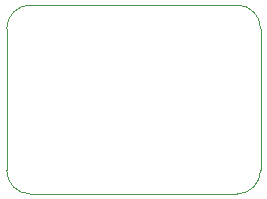
<source format=gbr>
%TF.GenerationSoftware,KiCad,Pcbnew,9.0.3*%
%TF.CreationDate,2025-07-23T07:55:48+05:30*%
%TF.ProjectId,Adafruit Si5351A,41646166-7275-4697-9420-536935333531,rev?*%
%TF.SameCoordinates,Original*%
%TF.FileFunction,Profile,NP*%
%FSLAX46Y46*%
G04 Gerber Fmt 4.6, Leading zero omitted, Abs format (unit mm)*
G04 Created by KiCad (PCBNEW 9.0.3) date 2025-07-23 07:55:48*
%MOMM*%
%LPD*%
G01*
G04 APERTURE LIST*
%TA.AperFunction,Profile*%
%ADD10C,0.050000*%
%TD*%
G04 APERTURE END LIST*
D10*
X19500000Y-16000000D02*
X2000000Y-16000000D01*
X0Y-2000000D02*
G75*
G02*
X2000000Y0I1999999J1D01*
G01*
X2000000Y-16000000D02*
G75*
G02*
X0Y-14000000I0J2000000D01*
G01*
X21500000Y-14000000D02*
G75*
G02*
X19500000Y-16000000I-2000000J0D01*
G01*
X19500000Y0D02*
G75*
G02*
X21500000Y-2000000I0J-2000000D01*
G01*
X21500000Y-2000000D02*
X21500000Y-14000000D01*
X2000000Y0D02*
X19500000Y0D01*
X0Y-14000000D02*
X0Y-2000000D01*
M02*

</source>
